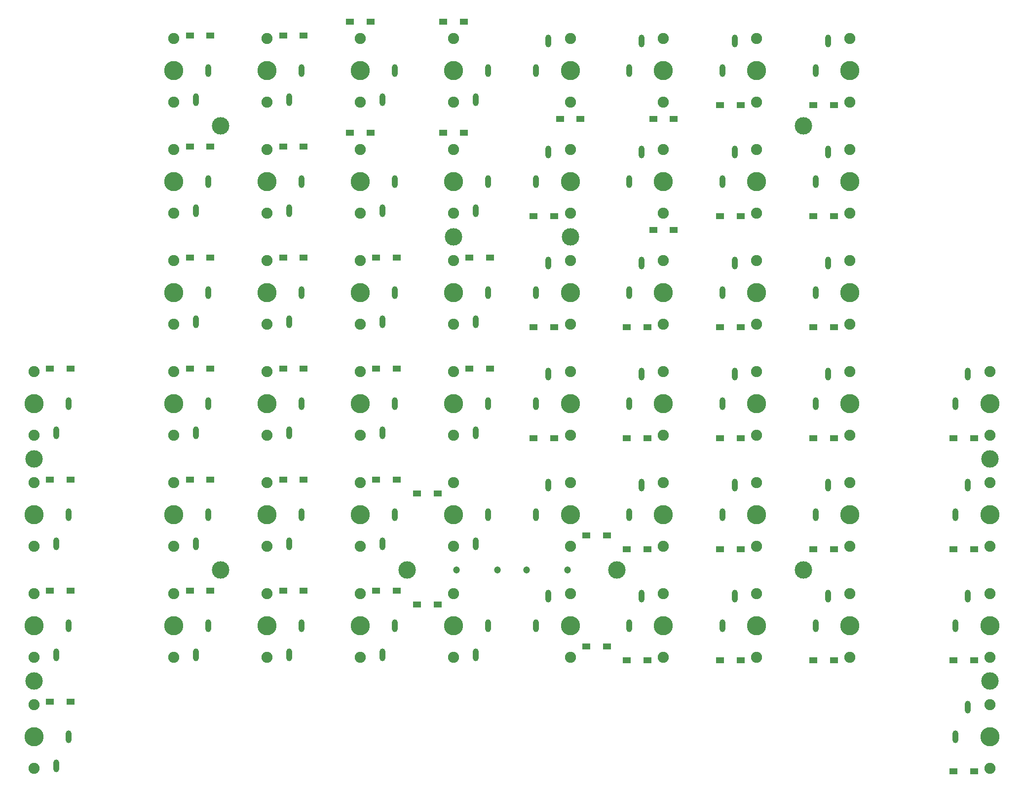
<source format=gbr>
%TF.GenerationSoftware,KiCad,Pcbnew,5.1.9+dfsg1-1*%
%TF.CreationDate,2021-04-08T16:28:42+09:00*%
%TF.ProjectId,not_enough_compositions,6e6f745f-656e-46f7-9567-685f636f6d70,rev?*%
%TF.SameCoordinates,Original*%
%TF.FileFunction,Soldermask,Bot*%
%TF.FilePolarity,Negative*%
%FSLAX46Y46*%
G04 Gerber Fmt 4.6, Leading zero omitted, Abs format (unit mm)*
G04 Created by KiCad (PCBNEW 5.1.9+dfsg1-1) date 2021-04-08 16:28:42*
%MOMM*%
%LPD*%
G01*
G04 APERTURE LIST*
%ADD10C,3.000000*%
%ADD11C,1.200000*%
%ADD12R,1.400000X1.000000*%
%ADD13C,1.900000*%
%ADD14C,3.300000*%
%ADD15O,1.000000X2.200000*%
G04 APERTURE END LIST*
D10*
%TO.C,REF\u002A\u002A*%
X222000000Y-142875600D03*
%TD*%
%TO.C,REF\u002A\u002A*%
X222000000Y-104775440D03*
%TD*%
%TO.C,REF\u002A\u002A*%
X190000000Y-123825520D03*
%TD*%
%TO.C,REF\u002A\u002A*%
X190000000Y-47625200D03*
%TD*%
%TO.C,REF\u002A\u002A*%
X158000000Y-123825520D03*
%TD*%
%TO.C,REF\u002A\u002A*%
X150000000Y-66675280D03*
%TD*%
%TO.C,REF\u002A\u002A*%
X122000000Y-123825520D03*
%TD*%
%TO.C,REF\u002A\u002A*%
X130000000Y-66675280D03*
%TD*%
%TO.C,REF\u002A\u002A*%
X90000000Y-47625200D03*
%TD*%
%TO.C,REF\u002A\u002A*%
X90000000Y-123825520D03*
%TD*%
%TO.C,REF\u002A\u002A*%
X58000000Y-142875600D03*
%TD*%
%TO.C,REF\u002A\u002A*%
X58000000Y-104775440D03*
%TD*%
D11*
%TO.C,J1*%
X130500000Y-123825000D03*
X137500000Y-123825000D03*
%TD*%
%TO.C,J2*%
X149500000Y-123825520D03*
X142500000Y-123825520D03*
%TD*%
D12*
%TO.C,D1*%
X131775000Y-29765750D03*
X128225000Y-29765750D03*
%TD*%
%TO.C,D2*%
X128225000Y-48815830D03*
X131775000Y-48815830D03*
%TD*%
%TO.C,D3*%
X136275000Y-70246875D03*
X132725000Y-70246875D03*
%TD*%
%TO.C,D4*%
X132725000Y-89296875D03*
X136275000Y-89296875D03*
%TD*%
%TO.C,D5*%
X127275000Y-110728590D03*
X123725000Y-110728590D03*
%TD*%
%TO.C,D6*%
X123725000Y-129778670D03*
X127275000Y-129778670D03*
%TD*%
%TO.C,D7*%
X152725000Y-136922450D03*
X156275000Y-136922450D03*
%TD*%
%TO.C,D8*%
X156275000Y-117872370D03*
X152725000Y-117872370D03*
%TD*%
%TO.C,D9*%
X143725000Y-101203550D03*
X147275000Y-101203550D03*
%TD*%
%TO.C,D10*%
X147275000Y-82153470D03*
X143725000Y-82153470D03*
%TD*%
%TO.C,D11*%
X147275000Y-63103125D03*
X143725000Y-63103125D03*
%TD*%
%TO.C,D12*%
X151775000Y-46434570D03*
X148225000Y-46434570D03*
%TD*%
%TO.C,D13*%
X115775000Y-29765750D03*
X112225000Y-29765750D03*
%TD*%
%TO.C,D14*%
X112225000Y-48815830D03*
X115775000Y-48815830D03*
%TD*%
%TO.C,D15*%
X116725000Y-70246875D03*
X120275000Y-70246875D03*
%TD*%
%TO.C,D16*%
X116725000Y-89296875D03*
X120275000Y-89296875D03*
%TD*%
%TO.C,D17*%
X120275000Y-108346875D03*
X116725000Y-108346875D03*
%TD*%
%TO.C,D18*%
X116725000Y-127396875D03*
X120275000Y-127396875D03*
%TD*%
%TO.C,D19*%
X159725000Y-139303710D03*
X163275000Y-139303710D03*
%TD*%
%TO.C,D20*%
X163275000Y-120253630D03*
X159725000Y-120253630D03*
%TD*%
%TO.C,D21*%
X159725000Y-101203550D03*
X163275000Y-101203550D03*
%TD*%
%TO.C,D22*%
X163275000Y-82153470D03*
X159725000Y-82153470D03*
%TD*%
%TO.C,D23*%
X164225000Y-65484650D03*
X167775000Y-65484650D03*
%TD*%
%TO.C,D24*%
X167775000Y-46434570D03*
X164225000Y-46434570D03*
%TD*%
%TO.C,D25*%
X104275000Y-32146875D03*
X100725000Y-32146875D03*
%TD*%
%TO.C,D26*%
X100725000Y-51196875D03*
X104275000Y-51196875D03*
%TD*%
%TO.C,D27*%
X104275000Y-70246875D03*
X100725000Y-70246875D03*
%TD*%
%TO.C,D28*%
X100725000Y-89296875D03*
X104275000Y-89296875D03*
%TD*%
%TO.C,D29*%
X104275000Y-108346875D03*
X100725000Y-108346875D03*
%TD*%
%TO.C,D30*%
X104275000Y-127396875D03*
X100725000Y-127396875D03*
%TD*%
%TO.C,D31*%
X175725000Y-139303710D03*
X179275000Y-139303710D03*
%TD*%
%TO.C,D32*%
X175725000Y-120253630D03*
X179275000Y-120253630D03*
%TD*%
%TO.C,D33*%
X179275000Y-101203550D03*
X175725000Y-101203550D03*
%TD*%
%TO.C,D34*%
X175725000Y-82153470D03*
X179275000Y-82153470D03*
%TD*%
%TO.C,D35*%
X175725000Y-63103390D03*
X179275000Y-63103390D03*
%TD*%
%TO.C,D36*%
X179275000Y-44053310D03*
X175725000Y-44053310D03*
%TD*%
%TO.C,D37*%
X84725000Y-32146875D03*
X88275000Y-32146875D03*
%TD*%
%TO.C,D38*%
X84725000Y-51196875D03*
X88275000Y-51196875D03*
%TD*%
%TO.C,D39*%
X88275000Y-70246875D03*
X84725000Y-70246875D03*
%TD*%
%TO.C,D40*%
X84725000Y-89296875D03*
X88275000Y-89296875D03*
%TD*%
%TO.C,D41*%
X88275000Y-108346875D03*
X84725000Y-108346875D03*
%TD*%
%TO.C,D42*%
X84725000Y-127396875D03*
X88275000Y-127396875D03*
%TD*%
%TO.C,D43*%
X191725000Y-139303710D03*
X195275000Y-139303710D03*
%TD*%
%TO.C,D44*%
X195275000Y-120253630D03*
X191725000Y-120253630D03*
%TD*%
%TO.C,D45*%
X191725000Y-101203550D03*
X195275000Y-101203550D03*
%TD*%
%TO.C,D46*%
X195275000Y-82153470D03*
X191725000Y-82153470D03*
%TD*%
%TO.C,D47*%
X191725000Y-63103390D03*
X195275000Y-63103390D03*
%TD*%
%TO.C,D48*%
X195275000Y-44053310D03*
X191725000Y-44053310D03*
%TD*%
%TO.C,D49*%
X60725000Y-89296875D03*
X64275000Y-89296875D03*
%TD*%
%TO.C,D50*%
X60725000Y-108346875D03*
X64275000Y-108346875D03*
%TD*%
%TO.C,D51*%
X64275000Y-127396875D03*
X60725000Y-127396875D03*
%TD*%
%TO.C,D52*%
X60725000Y-146446875D03*
X64275000Y-146446875D03*
%TD*%
%TO.C,D53*%
X219275000Y-139303125D03*
X215725000Y-139303125D03*
%TD*%
%TO.C,D54*%
X219275000Y-158353125D03*
X215725000Y-158353125D03*
%TD*%
%TO.C,D55*%
X215725000Y-101203125D03*
X219275000Y-101203125D03*
%TD*%
%TO.C,D56*%
X219275000Y-120253125D03*
X215725000Y-120253125D03*
%TD*%
D13*
%TO.C,SW3*%
X130000000Y-43600000D03*
D14*
X130000000Y-38100000D03*
D13*
X130000000Y-32600000D03*
D15*
X135900000Y-38100000D03*
X133800000Y-43100000D03*
%TD*%
%TO.C,SW4*%
X133800000Y-62150000D03*
X135900000Y-57150000D03*
D13*
X130000000Y-51650000D03*
D14*
X130000000Y-57150000D03*
D13*
X130000000Y-62650000D03*
%TD*%
%TO.C,SW5*%
X130000000Y-81700000D03*
D14*
X130000000Y-76200000D03*
D13*
X130000000Y-70700000D03*
D15*
X135900000Y-76200000D03*
X133800000Y-81200000D03*
%TD*%
%TO.C,SW6*%
X133800000Y-100250000D03*
X135900000Y-95250000D03*
D13*
X130000000Y-89750000D03*
D14*
X130000000Y-95250000D03*
D13*
X130000000Y-100750000D03*
%TD*%
D15*
%TO.C,SW7*%
X133800000Y-119300000D03*
X135900000Y-114300000D03*
D13*
X130000000Y-108800000D03*
D14*
X130000000Y-114300000D03*
D13*
X130000000Y-119800000D03*
%TD*%
%TO.C,SW8*%
X130000000Y-138850000D03*
D14*
X130000000Y-133350000D03*
D13*
X130000000Y-127850000D03*
D15*
X135900000Y-133350000D03*
X133800000Y-138350000D03*
%TD*%
%TO.C,SW9*%
X146200000Y-128350560D03*
X144100000Y-133350560D03*
D13*
X150000000Y-138850560D03*
D14*
X150000000Y-133350560D03*
D13*
X150000000Y-127850560D03*
%TD*%
%TO.C,SW10*%
X150000000Y-108800480D03*
D14*
X150000000Y-114300480D03*
D13*
X150000000Y-119800480D03*
D15*
X144100000Y-114300480D03*
X146200000Y-109300480D03*
%TD*%
%TO.C,SW11*%
X146200000Y-90250400D03*
X144100000Y-95250400D03*
D13*
X150000000Y-100750400D03*
D14*
X150000000Y-95250400D03*
D13*
X150000000Y-89750400D03*
%TD*%
%TO.C,SW12*%
X150000000Y-70700320D03*
D14*
X150000000Y-76200320D03*
D13*
X150000000Y-81700320D03*
D15*
X144100000Y-76200320D03*
X146200000Y-71200320D03*
%TD*%
%TO.C,SW13*%
X146200000Y-52150240D03*
X144100000Y-57150240D03*
D13*
X150000000Y-62650240D03*
D14*
X150000000Y-57150240D03*
D13*
X150000000Y-51650240D03*
%TD*%
%TO.C,SW14*%
X150000000Y-32600160D03*
D14*
X150000000Y-38100160D03*
D13*
X150000000Y-43600160D03*
D15*
X144100000Y-38100160D03*
X146200000Y-33100160D03*
%TD*%
%TO.C,SW15*%
X117800000Y-43100000D03*
X119900000Y-38100000D03*
D13*
X114000000Y-32600000D03*
D14*
X114000000Y-38100000D03*
D13*
X114000000Y-43600000D03*
%TD*%
D15*
%TO.C,SW16*%
X117800000Y-62150000D03*
X119900000Y-57150000D03*
D13*
X114000000Y-51650000D03*
D14*
X114000000Y-57150000D03*
D13*
X114000000Y-62650000D03*
%TD*%
%TO.C,SW17*%
X114000000Y-81700000D03*
D14*
X114000000Y-76200000D03*
D13*
X114000000Y-70700000D03*
D15*
X119900000Y-76200000D03*
X117800000Y-81200000D03*
%TD*%
D13*
%TO.C,SW18*%
X114000000Y-100750000D03*
D14*
X114000000Y-95250000D03*
D13*
X114000000Y-89750000D03*
D15*
X119900000Y-95250000D03*
X117800000Y-100250000D03*
%TD*%
%TO.C,SW19*%
X117800000Y-119300000D03*
X119900000Y-114300000D03*
D13*
X114000000Y-108800000D03*
D14*
X114000000Y-114300000D03*
D13*
X114000000Y-119800000D03*
%TD*%
%TO.C,SW20*%
X114000000Y-138850000D03*
D14*
X114000000Y-133350000D03*
D13*
X114000000Y-127850000D03*
D15*
X119900000Y-133350000D03*
X117800000Y-138350000D03*
%TD*%
%TO.C,SW21*%
X162200000Y-128350560D03*
X160100000Y-133350560D03*
D13*
X166000000Y-138850560D03*
D14*
X166000000Y-133350560D03*
D13*
X166000000Y-127850560D03*
%TD*%
%TO.C,SW22*%
X166000000Y-108800480D03*
D14*
X166000000Y-114300480D03*
D13*
X166000000Y-119800480D03*
D15*
X160100000Y-114300480D03*
X162200000Y-109300480D03*
%TD*%
%TO.C,SW23*%
X162200000Y-90250400D03*
X160100000Y-95250400D03*
D13*
X166000000Y-100750400D03*
D14*
X166000000Y-95250400D03*
D13*
X166000000Y-89750400D03*
%TD*%
%TO.C,SW24*%
X166000000Y-70700320D03*
D14*
X166000000Y-76200320D03*
D13*
X166000000Y-81700320D03*
D15*
X160100000Y-76200320D03*
X162200000Y-71200320D03*
%TD*%
%TO.C,SW25*%
X162200000Y-52150240D03*
X160100000Y-57150240D03*
D13*
X166000000Y-62650240D03*
D14*
X166000000Y-57150240D03*
D13*
X166000000Y-51650240D03*
%TD*%
%TO.C,SW26*%
X166000000Y-32600160D03*
D14*
X166000000Y-38100160D03*
D13*
X166000000Y-43600160D03*
D15*
X160100000Y-38100160D03*
X162200000Y-33100160D03*
%TD*%
%TO.C,SW27*%
X101800000Y-43100000D03*
X103900000Y-38100000D03*
D13*
X98000000Y-32600000D03*
D14*
X98000000Y-38100000D03*
D13*
X98000000Y-43600000D03*
%TD*%
%TO.C,SW28*%
X98000000Y-62650000D03*
D14*
X98000000Y-57150000D03*
D13*
X98000000Y-51650000D03*
D15*
X103900000Y-57150000D03*
X101800000Y-62150000D03*
%TD*%
%TO.C,SW29*%
X101800000Y-81200000D03*
X103900000Y-76200000D03*
D13*
X98000000Y-70700000D03*
D14*
X98000000Y-76200000D03*
D13*
X98000000Y-81700000D03*
%TD*%
%TO.C,SW30*%
X98000000Y-100750000D03*
D14*
X98000000Y-95250000D03*
D13*
X98000000Y-89750000D03*
D15*
X103900000Y-95250000D03*
X101800000Y-100250000D03*
%TD*%
%TO.C,SW31*%
X101800000Y-119300000D03*
X103900000Y-114300000D03*
D13*
X98000000Y-108800000D03*
D14*
X98000000Y-114300000D03*
D13*
X98000000Y-119800000D03*
%TD*%
%TO.C,SW32*%
X98000000Y-138850000D03*
D14*
X98000000Y-133350000D03*
D13*
X98000000Y-127850000D03*
D15*
X103900000Y-133350000D03*
X101800000Y-138350000D03*
%TD*%
%TO.C,SW33*%
X178200000Y-128350560D03*
X176100000Y-133350560D03*
D13*
X182000000Y-138850560D03*
D14*
X182000000Y-133350560D03*
D13*
X182000000Y-127850560D03*
%TD*%
%TO.C,SW34*%
X182000000Y-108800480D03*
D14*
X182000000Y-114300480D03*
D13*
X182000000Y-119800480D03*
D15*
X176100000Y-114300480D03*
X178200000Y-109300480D03*
%TD*%
%TO.C,SW35*%
X178200000Y-90250400D03*
X176100000Y-95250400D03*
D13*
X182000000Y-100750400D03*
D14*
X182000000Y-95250400D03*
D13*
X182000000Y-89750400D03*
%TD*%
%TO.C,SW36*%
X182000000Y-70700320D03*
D14*
X182000000Y-76200320D03*
D13*
X182000000Y-81700320D03*
D15*
X176100000Y-76200320D03*
X178200000Y-71200320D03*
%TD*%
%TO.C,SW37*%
X178200000Y-52150240D03*
X176100000Y-57150240D03*
D13*
X182000000Y-62650240D03*
D14*
X182000000Y-57150240D03*
D13*
X182000000Y-51650240D03*
%TD*%
%TO.C,SW38*%
X182000000Y-32600160D03*
D14*
X182000000Y-38100160D03*
D13*
X182000000Y-43600160D03*
D15*
X176100000Y-38100160D03*
X178200000Y-33100160D03*
%TD*%
D13*
%TO.C,SW39*%
X82000000Y-43600000D03*
D14*
X82000000Y-38100000D03*
D13*
X82000000Y-32600000D03*
D15*
X87900000Y-38100000D03*
X85800000Y-43100000D03*
%TD*%
%TO.C,SW40*%
X85800000Y-62150000D03*
X87900000Y-57150000D03*
D13*
X82000000Y-51650000D03*
D14*
X82000000Y-57150000D03*
D13*
X82000000Y-62650000D03*
%TD*%
%TO.C,SW41*%
X82000000Y-81700000D03*
D14*
X82000000Y-76200000D03*
D13*
X82000000Y-70700000D03*
D15*
X87900000Y-76200000D03*
X85800000Y-81200000D03*
%TD*%
%TO.C,SW42*%
X85800000Y-100250000D03*
X87900000Y-95250000D03*
D13*
X82000000Y-89750000D03*
D14*
X82000000Y-95250000D03*
D13*
X82000000Y-100750000D03*
%TD*%
%TO.C,SW43*%
X82000000Y-119800000D03*
D14*
X82000000Y-114300000D03*
D13*
X82000000Y-108800000D03*
D15*
X87900000Y-114300000D03*
X85800000Y-119300000D03*
%TD*%
%TO.C,SW44*%
X85800000Y-138350000D03*
X87900000Y-133350000D03*
D13*
X82000000Y-127850000D03*
D14*
X82000000Y-133350000D03*
D13*
X82000000Y-138850000D03*
%TD*%
%TO.C,SW45*%
X198000000Y-127850560D03*
D14*
X198000000Y-133350560D03*
D13*
X198000000Y-138850560D03*
D15*
X192100000Y-133350560D03*
X194200000Y-128350560D03*
%TD*%
%TO.C,SW46*%
X194200000Y-109300480D03*
X192100000Y-114300480D03*
D13*
X198000000Y-119800480D03*
D14*
X198000000Y-114300480D03*
D13*
X198000000Y-108800480D03*
%TD*%
D15*
%TO.C,SW47*%
X194200000Y-90250400D03*
X192100000Y-95250400D03*
D13*
X198000000Y-100750400D03*
D14*
X198000000Y-95250400D03*
D13*
X198000000Y-89750400D03*
%TD*%
%TO.C,SW48*%
X198000000Y-70700320D03*
D14*
X198000000Y-76200320D03*
D13*
X198000000Y-81700320D03*
D15*
X192100000Y-76200320D03*
X194200000Y-71200320D03*
%TD*%
D13*
%TO.C,SW49*%
X198000000Y-51650240D03*
D14*
X198000000Y-57150240D03*
D13*
X198000000Y-62650240D03*
D15*
X192100000Y-57150240D03*
X194200000Y-52150240D03*
%TD*%
%TO.C,SW50*%
X194200000Y-33100160D03*
X192100000Y-38100160D03*
D13*
X198000000Y-43600160D03*
D14*
X198000000Y-38100160D03*
D13*
X198000000Y-32600160D03*
%TD*%
%TO.C,SW51*%
X58000000Y-100750000D03*
D14*
X58000000Y-95250000D03*
D13*
X58000000Y-89750000D03*
D15*
X63900000Y-95250000D03*
X61800000Y-100250000D03*
%TD*%
%TO.C,SW52*%
X61800000Y-119300000D03*
X63900000Y-114300000D03*
D13*
X58000000Y-108800000D03*
D14*
X58000000Y-114300000D03*
D13*
X58000000Y-119800000D03*
%TD*%
%TO.C,SW53*%
X58000000Y-138850000D03*
D14*
X58000000Y-133350000D03*
D13*
X58000000Y-127850000D03*
D15*
X63900000Y-133350000D03*
X61800000Y-138350000D03*
%TD*%
%TO.C,SW54*%
X61800000Y-157400000D03*
X63900000Y-152400000D03*
D13*
X58000000Y-146900000D03*
D14*
X58000000Y-152400000D03*
D13*
X58000000Y-157900000D03*
%TD*%
%TO.C,SW55*%
X222000000Y-127850000D03*
D14*
X222000000Y-133350000D03*
D13*
X222000000Y-138850000D03*
D15*
X216100000Y-133350000D03*
X218200000Y-128350000D03*
%TD*%
%TO.C,SW56*%
X218200000Y-147400000D03*
X216100000Y-152400000D03*
D13*
X222000000Y-157900000D03*
D14*
X222000000Y-152400000D03*
D13*
X222000000Y-146900000D03*
%TD*%
%TO.C,SW57*%
X222000000Y-89750000D03*
D14*
X222000000Y-95250000D03*
D13*
X222000000Y-100750000D03*
D15*
X216100000Y-95250000D03*
X218200000Y-90250000D03*
%TD*%
%TO.C,SW58*%
X218200000Y-109300000D03*
X216100000Y-114300000D03*
D13*
X222000000Y-119800000D03*
D14*
X222000000Y-114300000D03*
D13*
X222000000Y-108800000D03*
%TD*%
M02*

</source>
